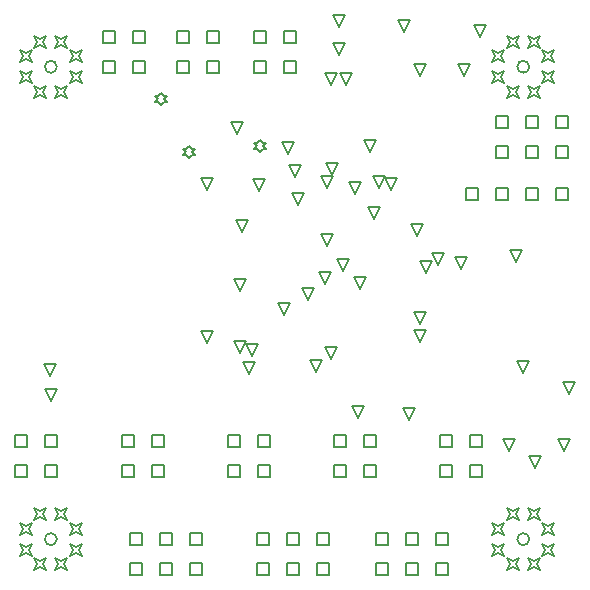
<source format=gbr>
%TF.GenerationSoftware,Altium Limited,Altium Designer,21.5.1 (32)*%
G04 Layer_Color=2752767*
%FSLAX45Y45*%
%MOMM*%
%TF.SameCoordinates,06A15EC1-A366-40CD-93CB-9F33A424241D*%
%TF.FilePolarity,Positive*%
%TF.FileFunction,Drawing*%
%TF.Part,Single*%
G01*
G75*
%TA.AperFunction,NonConductor*%
%ADD55C,0.12700*%
%ADD82C,0.16933*%
D55*
X3045200Y5753200D02*
Y5854800D01*
X3146800D01*
Y5753200D01*
X3045200D01*
X3299200D02*
Y5854800D01*
X3400800D01*
Y5753200D01*
X3299200D01*
Y5499200D02*
Y5600800D01*
X3400800D01*
Y5499200D01*
X3299200D01*
X3045200D02*
Y5600800D01*
X3146800D01*
Y5499200D01*
X3045200D01*
X5899199Y2074200D02*
Y2175800D01*
X6000799D01*
Y2074200D01*
X5899199D01*
Y2328200D02*
Y2429800D01*
X6000799D01*
Y2328200D01*
X5899199D01*
X6153199D02*
Y2429800D01*
X6254799D01*
Y2328200D01*
X6153199D01*
Y2074200D02*
Y2175800D01*
X6254799D01*
Y2074200D01*
X6153199D01*
X3670200Y5753200D02*
Y5854800D01*
X3771800D01*
Y5753200D01*
X3670200D01*
X3924200D02*
Y5854800D01*
X4025800D01*
Y5753200D01*
X3924200D01*
Y5499200D02*
Y5600800D01*
X4025800D01*
Y5499200D01*
X3924200D01*
X3670200D02*
Y5600800D01*
X3771800D01*
Y5499200D01*
X3670200D01*
X4320200Y5753200D02*
Y5854800D01*
X4421800D01*
Y5753200D01*
X4320200D01*
X4574200D02*
Y5854800D01*
X4675800D01*
Y5753200D01*
X4574200D01*
Y5499200D02*
Y5600800D01*
X4675800D01*
Y5499200D01*
X4574200D01*
X4320200D02*
Y5600800D01*
X4421800D01*
Y5499200D01*
X4320200D01*
X3199199Y2074200D02*
Y2175800D01*
X3300799D01*
Y2074200D01*
X3199199D01*
Y2328200D02*
Y2429800D01*
X3300799D01*
Y2328200D01*
X3199199D01*
X3453199D02*
Y2429800D01*
X3554799D01*
Y2328200D01*
X3453199D01*
Y2074200D02*
Y2175800D01*
X3554799D01*
Y2074200D01*
X3453199D01*
X2295200D02*
Y2175800D01*
X2396800D01*
Y2074200D01*
X2295200D01*
Y2328200D02*
Y2429800D01*
X2396800D01*
Y2328200D01*
X2295200D01*
X2549200D02*
Y2429800D01*
X2650800D01*
Y2328200D01*
X2549200D01*
Y2074200D02*
Y2175800D01*
X2650800D01*
Y2074200D01*
X2549200D01*
X4999199D02*
Y2175800D01*
X5100799D01*
Y2074200D01*
X4999199D01*
Y2328200D02*
Y2429800D01*
X5100799D01*
Y2328200D01*
X4999199D01*
X5253199D02*
Y2429800D01*
X5354799D01*
Y2328200D01*
X5253199D01*
Y2074200D02*
Y2175800D01*
X5354799D01*
Y2074200D01*
X5253199D01*
X4099199D02*
Y2175800D01*
X4200799D01*
Y2074200D01*
X4099199D01*
Y2328200D02*
Y2429800D01*
X4200799D01*
Y2328200D01*
X4099199D01*
X4353199D02*
Y2429800D01*
X4454799D01*
Y2328200D01*
X4353199D01*
Y2074200D02*
Y2175800D01*
X4454799D01*
Y2074200D01*
X4353199D01*
X6624200Y5028199D02*
Y5129799D01*
X6725800D01*
Y5028199D01*
X6624200D01*
X6878200D02*
Y5129799D01*
X6979800D01*
Y5028199D01*
X6878200D01*
Y4774199D02*
Y4875799D01*
X6979800D01*
Y4774199D01*
X6878200D01*
X6624200D02*
Y4875799D01*
X6725800D01*
Y4774199D01*
X6624200D01*
X6370200Y5028199D02*
Y5129799D01*
X6471800D01*
Y5028199D01*
X6370200D01*
Y4774199D02*
Y4875799D01*
X6471800D01*
Y4774199D01*
X6370200D01*
X5603200Y1503200D02*
Y1604800D01*
X5704800D01*
Y1503200D01*
X5603200D01*
X5857200D02*
Y1604800D01*
X5958800D01*
Y1503200D01*
X5857200D01*
Y1249200D02*
Y1350800D01*
X5958800D01*
Y1249200D01*
X5857200D01*
X5603200D02*
Y1350800D01*
X5704800D01*
Y1249200D01*
X5603200D01*
X5349200Y1503200D02*
Y1604800D01*
X5450800D01*
Y1503200D01*
X5349200D01*
Y1249200D02*
Y1350800D01*
X5450800D01*
Y1249200D01*
X5349200D01*
X4599200Y1499200D02*
Y1600800D01*
X4700800D01*
Y1499200D01*
X4599200D01*
X4853200D02*
Y1600800D01*
X4954800D01*
Y1499200D01*
X4853200D01*
Y1245200D02*
Y1346800D01*
X4954800D01*
Y1245200D01*
X4853200D01*
X4599200D02*
Y1346800D01*
X4700800D01*
Y1245200D01*
X4599200D01*
X4345200Y1499200D02*
Y1600800D01*
X4446800D01*
Y1499200D01*
X4345200D01*
Y1245200D02*
Y1346800D01*
X4446800D01*
Y1245200D01*
X4345200D01*
X3524200Y1503200D02*
Y1604800D01*
X3625800D01*
Y1503200D01*
X3524200D01*
X3778200D02*
Y1604800D01*
X3879800D01*
Y1503200D01*
X3778200D01*
Y1249200D02*
Y1350800D01*
X3879800D01*
Y1249200D01*
X3778200D01*
X3524200D02*
Y1350800D01*
X3625800D01*
Y1249200D01*
X3524200D01*
X3270200Y1503200D02*
Y1604800D01*
X3371800D01*
Y1503200D01*
X3270200D01*
Y1249200D02*
Y1350800D01*
X3371800D01*
Y1249200D01*
X3270200D01*
X6878200Y4424200D02*
Y4525800D01*
X6979800D01*
Y4424200D01*
X6878200D01*
X6624200D02*
Y4525800D01*
X6725800D01*
Y4424200D01*
X6624200D01*
X6370200D02*
Y4525800D01*
X6471800D01*
Y4424200D01*
X6370200D01*
X6116200D02*
Y4525800D01*
X6217800D01*
Y4424200D01*
X6116200D01*
X2603500Y2717800D02*
X2552700Y2819400D01*
X2654300D01*
X2603500Y2717800D01*
X2590800Y2933700D02*
X2540000Y3035300D01*
X2641600D01*
X2590800Y2933700D01*
X5588000Y5842000D02*
X5537200Y5943600D01*
X5638800D01*
X5588000Y5842000D01*
X5041900Y5651500D02*
X4991100Y5753100D01*
X5092700D01*
X5041900Y5651500D01*
X4610100Y4813300D02*
X4559300Y4914900D01*
X4660900D01*
X4610100Y4813300D01*
X4368800Y4826000D02*
X4394200Y4851400D01*
X4419600D01*
X4394200Y4876800D01*
X4419600Y4902200D01*
X4394200D01*
X4368800Y4927600D01*
X4343400Y4902200D01*
X4318000D01*
X4343400Y4876800D01*
X4318000Y4851400D01*
X4343400D01*
X4368800Y4826000D01*
X3771900Y4775200D02*
X3797300Y4800600D01*
X3822700D01*
X3797300Y4826000D01*
X3822700Y4851400D01*
X3797300D01*
X3771900Y4876800D01*
X3746500Y4851400D01*
X3721100D01*
X3746500Y4826000D01*
X3721100Y4800600D01*
X3746500D01*
X3771900Y4775200D01*
X4978400Y4635500D02*
X4927600Y4737100D01*
X5029200D01*
X4978400Y4635500D01*
X4178300Y4978400D02*
X4127500Y5080000D01*
X4229100D01*
X4178300Y4978400D01*
X5877560Y3868420D02*
X5826760Y3970020D01*
X5928360D01*
X5877560Y3868420D01*
X5040000Y5889200D02*
X4989200Y5990800D01*
X5090800D01*
X5040000Y5889200D01*
X4220000Y4149200D02*
X4169200Y4250800D01*
X4270800D01*
X4220000Y4149200D01*
X3920000Y4509200D02*
X3869200Y4610800D01*
X3970800D01*
X3920000Y4509200D01*
X4360000Y4499200D02*
X4309200Y4600800D01*
X4410800D01*
X4360000Y4499200D01*
X4200000Y3129200D02*
X4149200Y3230800D01*
X4250800D01*
X4200000Y3129200D01*
Y3649200D02*
X4149200Y3750800D01*
X4250800D01*
X4200000Y3649200D01*
X5700000Y4119200D02*
X5649200Y4220800D01*
X5750800D01*
X5700000Y4119200D01*
X5375000Y4524200D02*
X5324200Y4625800D01*
X5425800D01*
X5375000Y4524200D01*
X5480000Y4509200D02*
X5429200Y4610800D01*
X5530800D01*
X5480000Y4509200D01*
X5332501Y4259200D02*
X5281701Y4360800D01*
X5383301D01*
X5332501Y4259200D01*
X4690000Y4379200D02*
X4639200Y4480800D01*
X4740800D01*
X4690000Y4379200D01*
X6600000Y2959200D02*
X6549200Y3060800D01*
X6650800D01*
X6600000Y2959200D01*
X3530000Y5229200D02*
X3555400Y5254600D01*
X3580800D01*
X3555400Y5280000D01*
X3580800Y5305400D01*
X3555400D01*
X3530000Y5330800D01*
X3504600Y5305400D01*
X3479200D01*
X3504600Y5280000D01*
X3479200Y5254600D01*
X3504600D01*
X3530000Y5229200D01*
X4300000Y3099200D02*
X4249200Y3200800D01*
X4350800D01*
X4300000Y3099200D01*
X6990000Y2779200D02*
X6939200Y2880800D01*
X7040800D01*
X6990000Y2779200D01*
X6100000Y5469200D02*
X6049200Y5570800D01*
X6150800D01*
X6100000Y5469200D01*
X5300000Y4829200D02*
X5249200Y4930800D01*
X5350800D01*
X5300000Y4829200D01*
X4940000Y4029200D02*
X4889200Y4130800D01*
X4990800D01*
X4940000Y4029200D01*
X4920000Y3709200D02*
X4869200Y3810800D01*
X4970800D01*
X4920000Y3709200D01*
X6230000Y5799200D02*
X6179200Y5900800D01*
X6280800D01*
X6230000Y5799200D01*
X6070000Y3839200D02*
X6019200Y3940800D01*
X6120800D01*
X6070000Y3839200D01*
X5727100Y3222100D02*
X5676300Y3323700D01*
X5777900D01*
X5727100Y3222100D01*
Y3372100D02*
X5676300Y3473700D01*
X5777900D01*
X5727100Y3372100D01*
X6945500Y2294700D02*
X6894700Y2396300D01*
X6996300D01*
X6945500Y2294700D01*
X6475500D02*
X6424700Y2396300D01*
X6526300D01*
X6475500Y2294700D01*
X6700000Y2149200D02*
X6649200Y2250800D01*
X6750800D01*
X6700000Y2149200D01*
X6535000Y3894200D02*
X6484200Y3995800D01*
X6585800D01*
X6535000Y3894200D01*
X5630000Y2559200D02*
X5579200Y2660800D01*
X5680800D01*
X5630000Y2559200D01*
X3925002Y3214202D02*
X3874202Y3315802D01*
X3975802D01*
X3925002Y3214202D01*
X4670000Y4614198D02*
X4619200Y4715798D01*
X4720800D01*
X4670000Y4614198D01*
X5200000Y2579200D02*
X5149200Y2680800D01*
X5250800D01*
X5200000Y2579200D01*
X4975000Y5399200D02*
X4924200Y5500800D01*
X5025800D01*
X4975000Y5399200D01*
Y3074200D02*
X4924200Y3175800D01*
X5025800D01*
X4975000Y3074200D01*
X4275000Y2949200D02*
X4224200Y3050800D01*
X4325800D01*
X4275000Y2949200D01*
X4842285Y2963614D02*
X4791485Y3065214D01*
X4893085D01*
X4842285Y2963614D01*
X5215868Y3665068D02*
X5165068Y3766668D01*
X5266668D01*
X5215868Y3665068D01*
X5775000Y3802100D02*
X5724200Y3903700D01*
X5825800D01*
X5775000Y3802100D01*
X5175001Y4474199D02*
X5124201Y4575799D01*
X5225801D01*
X5175001Y4474199D01*
X4937901Y4524200D02*
X4887101Y4625800D01*
X4988701D01*
X4937901Y4524200D01*
X4775000Y3574200D02*
X4724200Y3675800D01*
X4825800D01*
X4775000Y3574200D01*
X5075000Y3824200D02*
X5024200Y3925800D01*
X5125800D01*
X5075000Y3824200D01*
X5725000Y5474200D02*
X5674200Y5575800D01*
X5775800D01*
X5725000Y5474200D01*
X5100000Y5399200D02*
X5049200Y5500800D01*
X5150800D01*
X5100000Y5399200D01*
X4575000Y3449200D02*
X4524200Y3550800D01*
X4625800D01*
X4575000Y3449200D01*
X2336708Y1411183D02*
X2362108Y1461983D01*
X2336708Y1512783D01*
X2387508Y1487383D01*
X2438308Y1512783D01*
X2412908Y1461983D01*
X2438308Y1411183D01*
X2387508Y1436583D01*
X2336708Y1411183D01*
X2637217Y1286708D02*
X2662617Y1337508D01*
X2637217Y1388308D01*
X2688017Y1362908D01*
X2738817Y1388308D01*
X2713417Y1337508D01*
X2738817Y1286708D01*
X2688017Y1312108D01*
X2637217Y1286708D01*
X2336708Y1587217D02*
X2362108Y1638017D01*
X2336708Y1688817D01*
X2387508Y1663417D01*
X2438308Y1688817D01*
X2412908Y1638017D01*
X2438308Y1587217D01*
X2387508Y1612617D01*
X2336708Y1587217D01*
X2461183Y1286708D02*
X2486583Y1337508D01*
X2461183Y1388308D01*
X2511983Y1362908D01*
X2562783Y1388308D01*
X2537383Y1337508D01*
X2562783Y1286708D01*
X2511983Y1312108D01*
X2461183Y1286708D01*
Y1711692D02*
X2486583Y1762492D01*
X2461183Y1813292D01*
X2511983Y1787892D01*
X2562783Y1813292D01*
X2537383Y1762492D01*
X2562783Y1711692D01*
X2511983Y1737092D01*
X2461183Y1711692D01*
X2761692Y1587217D02*
X2787092Y1638017D01*
X2761692Y1688817D01*
X2812492Y1663417D01*
X2863292Y1688817D01*
X2837892Y1638017D01*
X2863292Y1587217D01*
X2812492Y1612617D01*
X2761692Y1587217D01*
Y1411183D02*
X2787092Y1461983D01*
X2761692Y1512783D01*
X2812492Y1487383D01*
X2863292Y1512783D01*
X2837892Y1461983D01*
X2863292Y1411183D01*
X2812492Y1436583D01*
X2761692Y1411183D01*
X2637217Y1711692D02*
X2662617Y1762492D01*
X2637217Y1813292D01*
X2688017Y1787892D01*
X2738817Y1813292D01*
X2713417Y1762492D01*
X2738817Y1711692D01*
X2688017Y1737092D01*
X2637217Y1711692D01*
X6336708Y1411183D02*
X6362108Y1461983D01*
X6336708Y1512783D01*
X6387508Y1487383D01*
X6438308Y1512783D01*
X6412908Y1461983D01*
X6438308Y1411183D01*
X6387508Y1436583D01*
X6336708Y1411183D01*
X6637217Y1286708D02*
X6662617Y1337508D01*
X6637217Y1388308D01*
X6688017Y1362908D01*
X6738817Y1388308D01*
X6713417Y1337508D01*
X6738817Y1286708D01*
X6688017Y1312108D01*
X6637217Y1286708D01*
X6461183D02*
X6486583Y1337508D01*
X6461183Y1388308D01*
X6511983Y1362908D01*
X6562783Y1388308D01*
X6537383Y1337508D01*
X6562783Y1286708D01*
X6511983Y1312108D01*
X6461183Y1286708D01*
X6761692Y1587217D02*
X6787092Y1638017D01*
X6761692Y1688817D01*
X6812492Y1663417D01*
X6863292Y1688817D01*
X6837892Y1638017D01*
X6863292Y1587217D01*
X6812492Y1612617D01*
X6761692Y1587217D01*
X6461183Y1711692D02*
X6486583Y1762492D01*
X6461183Y1813292D01*
X6511983Y1787892D01*
X6562783Y1813292D01*
X6537383Y1762492D01*
X6562783Y1711692D01*
X6511983Y1737092D01*
X6461183Y1711692D01*
X6761692Y1411183D02*
X6787092Y1461983D01*
X6761692Y1512783D01*
X6812492Y1487383D01*
X6863292Y1512783D01*
X6837892Y1461983D01*
X6863292Y1411183D01*
X6812492Y1436583D01*
X6761692Y1411183D01*
X6637217Y1711692D02*
X6662617Y1762492D01*
X6637217Y1813292D01*
X6688017Y1787892D01*
X6738817Y1813292D01*
X6713417Y1762492D01*
X6738817Y1711692D01*
X6688017Y1737092D01*
X6637217Y1711692D01*
X6336708Y1587217D02*
X6362108Y1638017D01*
X6336708Y1688817D01*
X6387508Y1663417D01*
X6438308Y1688817D01*
X6412908Y1638017D01*
X6438308Y1587217D01*
X6387508Y1612617D01*
X6336708Y1587217D01*
X2761692Y5587217D02*
X2787092Y5638017D01*
X2761692Y5688817D01*
X2812492Y5663417D01*
X2863292Y5688817D01*
X2837892Y5638017D01*
X2863292Y5587217D01*
X2812492Y5612617D01*
X2761692Y5587217D01*
X2336708Y5411183D02*
X2362108Y5461983D01*
X2336708Y5512783D01*
X2387508Y5487383D01*
X2438308Y5512783D01*
X2412908Y5461983D01*
X2438308Y5411183D01*
X2387508Y5436583D01*
X2336708Y5411183D01*
Y5587217D02*
X2362108Y5638017D01*
X2336708Y5688817D01*
X2387508Y5663417D01*
X2438308Y5688817D01*
X2412908Y5638017D01*
X2438308Y5587217D01*
X2387508Y5612617D01*
X2336708Y5587217D01*
X2461183Y5286707D02*
X2486583Y5337507D01*
X2461183Y5388307D01*
X2511983Y5362907D01*
X2562783Y5388307D01*
X2537383Y5337507D01*
X2562783Y5286707D01*
X2511983Y5312107D01*
X2461183Y5286707D01*
Y5711692D02*
X2486583Y5762492D01*
X2461183Y5813292D01*
X2511983Y5787892D01*
X2562783Y5813292D01*
X2537383Y5762492D01*
X2562783Y5711692D01*
X2511983Y5737092D01*
X2461183Y5711692D01*
X2637217D02*
X2662617Y5762492D01*
X2637217Y5813292D01*
X2688017Y5787892D01*
X2738817Y5813292D01*
X2713417Y5762492D01*
X2738817Y5711692D01*
X2688017Y5737092D01*
X2637217Y5711692D01*
Y5286707D02*
X2662617Y5337507D01*
X2637217Y5388307D01*
X2688017Y5362907D01*
X2738817Y5388307D01*
X2713417Y5337507D01*
X2738817Y5286707D01*
X2688017Y5312107D01*
X2637217Y5286707D01*
X2761692Y5411183D02*
X2787092Y5461983D01*
X2761692Y5512783D01*
X2812492Y5487383D01*
X2863292Y5512783D01*
X2837892Y5461983D01*
X2863292Y5411183D01*
X2812492Y5436583D01*
X2761692Y5411183D01*
X6461183Y5286707D02*
X6486583Y5337507D01*
X6461183Y5388307D01*
X6511983Y5362907D01*
X6562783Y5388307D01*
X6537383Y5337507D01*
X6562783Y5286707D01*
X6511983Y5312107D01*
X6461183Y5286707D01*
X6336708Y5411183D02*
X6362108Y5461983D01*
X6336708Y5512783D01*
X6387508Y5487383D01*
X6438308Y5512783D01*
X6412908Y5461983D01*
X6438308Y5411183D01*
X6387508Y5436583D01*
X6336708Y5411183D01*
Y5587217D02*
X6362108Y5638017D01*
X6336708Y5688817D01*
X6387508Y5663417D01*
X6438308Y5688817D01*
X6412908Y5638017D01*
X6438308Y5587217D01*
X6387508Y5612617D01*
X6336708Y5587217D01*
X6461183Y5711692D02*
X6486583Y5762492D01*
X6461183Y5813292D01*
X6511983Y5787892D01*
X6562783Y5813292D01*
X6537383Y5762492D01*
X6562783Y5711692D01*
X6511983Y5737092D01*
X6461183Y5711692D01*
X6637217D02*
X6662617Y5762492D01*
X6637217Y5813292D01*
X6688017Y5787892D01*
X6738817Y5813292D01*
X6713417Y5762492D01*
X6738817Y5711692D01*
X6688017Y5737092D01*
X6637217Y5711692D01*
X6761692Y5587217D02*
X6787092Y5638017D01*
X6761692Y5688817D01*
X6812492Y5663417D01*
X6863292Y5688817D01*
X6837892Y5638017D01*
X6863292Y5587217D01*
X6812492Y5612617D01*
X6761692Y5587217D01*
Y5411183D02*
X6787092Y5461983D01*
X6761692Y5512783D01*
X6812492Y5487383D01*
X6863292Y5512783D01*
X6837892Y5461983D01*
X6863292Y5411183D01*
X6812492Y5436583D01*
X6761692Y5411183D01*
X6637217Y5286707D02*
X6662617Y5337507D01*
X6637217Y5388307D01*
X6688017Y5362907D01*
X6738817Y5388307D01*
X6713417Y5337507D01*
X6738817Y5286707D01*
X6688017Y5312107D01*
X6637217Y5286707D01*
D82*
X2650800Y1550000D02*
G03*
X2650800Y1550000I-50800J0D01*
G01*
X6650800D02*
G03*
X6650800Y1550000I-50800J0D01*
G01*
X2650800Y5550000D02*
G03*
X2650800Y5550000I-50800J0D01*
G01*
X6650800D02*
G03*
X6650800Y5550000I-50800J0D01*
G01*
%TF.MD5,32f6fe3a97b05f210c86cdd114498b4f*%
M02*

</source>
